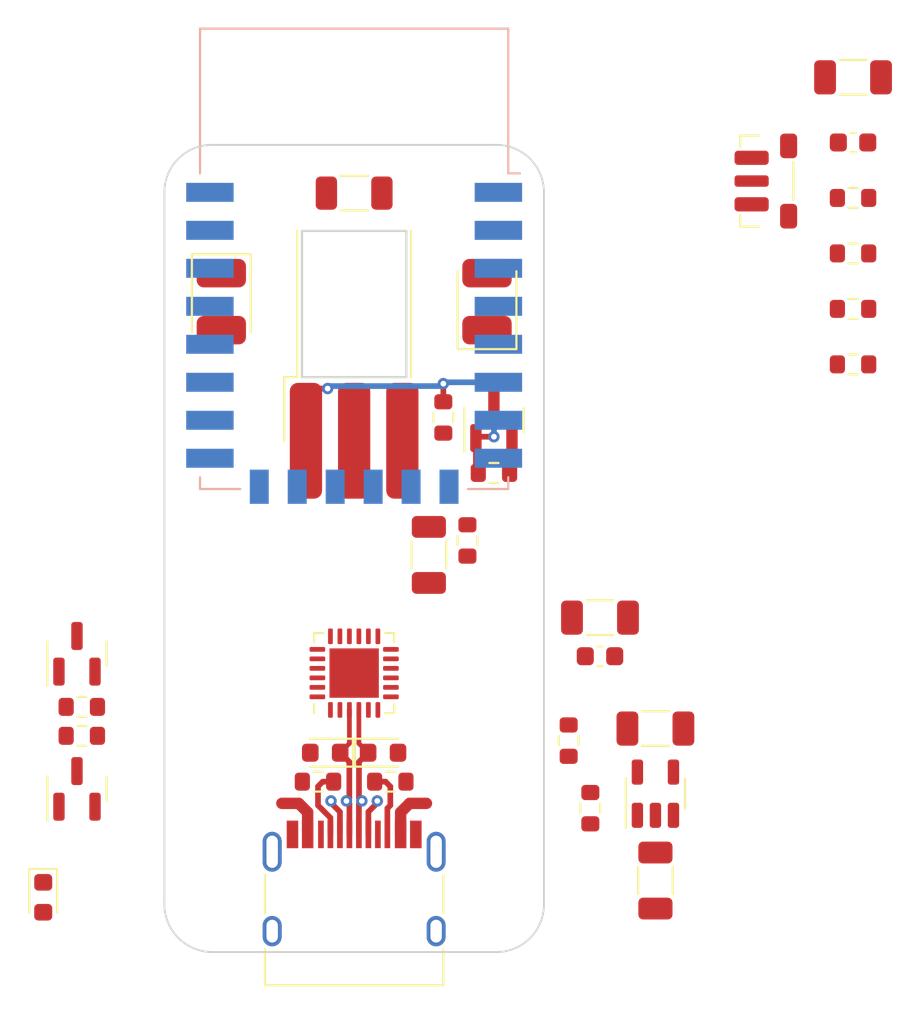
<source format=kicad_pcb>
(kicad_pcb (version 20211014) (generator pcbnew)
  (layers (0 "F.Cu" signal) (31 "B.Cu" signal) (34 "B.Paste" user) (35 "F.Paste" user) (36 "B.SilkS" user "B.Silkscreen") (37 "F.SilkS" user "F.Silkscreen") (38 "B.Mask" user) (39 "F.Mask" user) (44 "Edge.Cuts" user))
  (net 0 "")
  (net 1 "+3V3")
  (net 2 "GND")
  (net 3 "VBUS")
  (net 4 "Net-(C7-Pad1)")
  (net 5 "/D-")
  (net 6 "/D+")
  (net 7 "Net-(D4-Pad1)")
  (net 8 "Net-(D5-Pad1)")
  (net 9 "Net-(D5-Pad2)")
  (net 10 "Net-(J1-PadA5)")
  (net 12 "Net-(J1-PadB5)")
  (net 14 "Net-(Q1-Pad1)")
  (net 15 "/DTR")
  (net 16 "/GPIO0")
  (net 17 "Net-(Q2-Pad1)")
  (net 18 "/RTS")
  (net 19 "/RESET")
  (net 20 "/IR_OUT")
  (net 21 "Net-(R2-Pad2)")
  (net 22 "Net-(R4-Pad1)")
  (net 23 "Net-(R7-Pad2)")
  (net 24 "Net-(R10-Pad2)")
  (net 25 "/IR_IN")
  (net 38 "/RXD")
  (net 39 "/TXD")
  (footprint "hair-01:LED_Everlight_HIR67-21C" (layer "F.Cu") (at 155.59 84.455 90)
    (fp_text reference "D5" hide)
    (fp_text value "HIR67-21C")
    (fp_line (start -2.5 1.55) (end 1.6 1.55) (layer "F.SilkS") (width 0.12))
    (fp_line (start -2.5 -1.55) (end 1.6 -1.55) (layer "F.SilkS") (width 0.12))
    (fp_line (start -2.5 -1.55) (end -2.5 1.55) (layer "F.SilkS") (width 0.12))
    (pad "1" smd roundrect locked (at -1.5 0 90) (size 1.5 2.6) (layers "F.Cu" "F.Paste" "F.Mask") (net 8 "Net-(D5-Pad1)"))
    (pad "2" smd roundrect locked (at 1.5 0 90) (size 1.5 2.6) (layers "F.Cu" "F.Paste" "F.Mask") (net 9 "Net-(D5-Pad2)"))
  )
  (footprint "Resistor_SMD:R_0603_1608Metric" (layer "F.Cu") (at 174.879 84.836)
    (fp_text reference "R3" hide)
    (fp_text value "10k")
    (fp_line (start -0.237258 -0.5225) (end 0.237258 -0.5225) (layer "F.SilkS") (width 0.12))
    (fp_line (start -0.237258 0.5225) (end 0.237258 0.5225) (layer "F.SilkS") (width 0.12))
    (pad "1" smd roundrect (at -0.825 0) (size 0.8 0.95) (layers "F.Cu" "F.Paste" "F.Mask") (net 1 "+3V3"))
    (pad "2" smd roundrect (at 0.825 0) (size 0.8 0.95) (layers "F.Cu" "F.Paste" "F.Mask") (net 16 "/GPIO0"))
  )
  (footprint "Resistor_SMD:R_0603_1608Metric" (layer "F.Cu") (at 150.495 109.728)
    (fp_text reference "R5" hide)
    (fp_text value "5.1k")
    (fp_line (start -0.237258 -0.5225) (end 0.237258 -0.5225) (layer "F.SilkS") (width 0.12))
    (fp_line (start -0.237258 0.5225) (end 0.237258 0.5225) (layer "F.SilkS") (width 0.12))
    (pad "1" smd roundrect locked (at -0.825 0) (size 0.8 0.95) (layers "F.Cu" "F.Paste" "F.Mask") (net 12 "Net-(J1-PadB5)"))
    (pad "2" smd roundrect locked (at 0.825 0) (size 0.8 0.95) (layers "F.Cu" "F.Paste" "F.Mask") (net 2 "GND"))
  )
  (footprint "Resistor_SMD:R_0603_1608Metric" (layer "F.Cu") (at 154.559 97.028 -90)
    (fp_text reference "R11" hide)
    (fp_text value "100R")
    (fp_line (start -0.237258 0.5225) (end 0.237258 0.5225) (layer "F.SilkS") (width 0.12))
    (fp_line (start -0.237258 -0.5225) (end 0.237258 -0.5225) (layer "F.SilkS") (width 0.12))
    (pad "1" smd roundrect (at -0.825 0 270) (size 0.8 0.95) (layers "F.Cu" "F.Paste" "F.Mask") (net 4 "Net-(C7-Pad1)"))
    (pad "2" smd roundrect (at 0.825 0 270) (size 0.8 0.95) (layers "F.Cu" "F.Paste" "F.Mask") (net 1 "+3V3"))
  )
  (footprint "Diode_SMD:D_0603_1608Metric" (layer "F.Cu") (at 132.207 115.817 -90)
    (fp_text reference "D3" hide)
    (fp_text value "0603ESDA-05N")
    (fp_line (start 0.8 -0.735) (end -1.485 -0.735) (layer "F.SilkS") (width 0.12))
    (fp_line (start -1.485 -0.735) (end -1.485 0.735) (layer "F.SilkS") (width 0.12))
    (fp_line (start -1.485 0.735) (end 0.8 0.735) (layer "F.SilkS") (width 0.12))
    (pad "1" smd roundrect locked (at -0.7875 0 270) (size 0.875 0.95) (layers "F.Cu" "F.Paste" "F.Mask") (net 3 "VBUS"))
    (pad "2" smd roundrect locked (at 0.7875 0 270) (size 0.875 0.95) (layers "F.Cu" "F.Paste" "F.Mask") (net 2 "GND"))
  )
  (footprint "hair-01:Vishay_MINICAST-3Pin-SMD" (layer "F.Cu") (at 148.59 84.455)
    (fp_text reference "U4" hide)
    (fp_text value "TSMP58000")
    (fp_line (start 3 -3.725) (end 3 3.975) (layer "F.SilkS") (width 0.12))
    (fp_line (start -3.69 3.975) (end -3.69 7.325) (layer "F.SilkS") (width 0.12))
    (fp_line (start -3 -3.725) (end -3 3.975) (layer "F.SilkS") (width 0.12))
    (fp_line (start -3 3.975) (end -3.69 3.975) (layer "F.SilkS") (width 0.12))
    (fp_line (start -2.75 3.975) (end -2.75 -3.725) (layer "Edge.Cuts") (width 0.12))
    (fp_line (start -2.75 3.975) (end 2.75 3.975) (layer "Edge.Cuts") (width 0.12))
    (fp_line (start 2.75 -3.725) (end 2.75 3.975) (layer "Edge.Cuts") (width 0.12))
    (fp_line (start -2.75 -3.725) (end 2.75 -3.725) (layer "Edge.Cuts") (width 0.12))
    (pad "1" smd roundrect locked (at -2.54 7.325) (size 1.7 6.1) (layers "F.Cu" "F.Paste" "F.Mask") (net 25 "/IR_IN"))
    (pad "2" smd roundrect locked (at 0 7.325) (size 1.7 6.1) (layers "F.Cu" "F.Paste" "F.Mask") (net 2 "GND"))
    (pad "3" smd roundrect locked (at 2.54 7.325) (size 1.7 6.1) (layers "F.Cu" "F.Paste" "F.Mask") (net 4 "Net-(C7-Pad1)"))
  )
  (footprint "Package_TO_SOT_SMD:SOT-23" (layer "F.Cu") (at 155.956 90.7 90)
    (fp_text reference "Q3" hide)
    (fp_text value "2N7002")
    (fp_line (start 0 1.56) (end 0.65 1.56) (layer "F.SilkS") (width 0.12))
    (fp_line (start 0 1.56) (end -0.65 1.56) (layer "F.SilkS") (width 0.12))
    (fp_line (start 0 -1.56) (end 0.65 -1.56) (layer "F.SilkS") (width 0.12))
    (fp_line (start 0 -1.56) (end -1.675 -1.56) (layer "F.SilkS") (width 0.12))
    (pad "1" smd roundrect locked (at -0.9375 -0.95 90) (size 1.475 0.6) (layers "F.Cu" "F.Paste" "F.Mask") (net 20 "/IR_OUT"))
    (pad "2" smd roundrect locked (at -0.9375 0.95 90) (size 1.475 0.6) (layers "F.Cu" "F.Paste" "F.Mask") (net 2 "GND"))
    (pad "3" smd roundrect locked (at 0.9375 0 90) (size 1.475 0.6) (layers "F.Cu" "F.Paste" "F.Mask") (net 8 "Net-(D5-Pad1)"))
  )
  (footprint "Resistor_SMD:R_0603_1608Metric" (layer "F.Cu") (at 134.239 105.791 180)
    (fp_text reference "R8" hide)
    (fp_text value "10k")
    (fp_line (start -0.237258 0.5225) (end 0.237258 0.5225) (layer "F.SilkS") (width 0.12))
    (fp_line (start -0.237258 -0.5225) (end 0.237258 -0.5225) (layer "F.SilkS") (width 0.12))
    (pad "1" smd roundrect (at -0.825 0 180) (size 0.8 0.95) (layers "F.Cu" "F.Paste" "F.Mask") (net 18 "/RTS"))
    (pad "2" smd roundrect (at 0.825 0 180) (size 0.8 0.95) (layers "F.Cu" "F.Paste" "F.Mask") (net 14 "Net-(Q1-Pad1)"))
  )
  (footprint "Connector_USB:USB_C_Receptacle_HRO_TYPE-C-31-M-12" (layer "F.Cu") (at 148.59 116.55)
    (fp_text reference "J1" hide)
    (fp_text value "TYPE-C-31-M-12")
    (fp_line (start -4.7 -1.9) (end -4.7 0.1) (layer "F.SilkS") (width 0.12))
    (fp_line (start -4.7 3.9) (end 4.7 3.9) (layer "F.SilkS") (width 0.12))
    (fp_line (start 4.7 2) (end 4.7 3.9) (layer "F.SilkS") (width 0.12))
    (fp_line (start 4.7 -1.9) (end 4.7 0.1) (layer "F.SilkS") (width 0.12))
    (fp_line (start -4.7 2) (end -4.7 3.9) (layer "F.SilkS") (width 0.12))
    (pad "" np_thru_hole circle locked (at 2.89 -2.6) (size 0.65 0.65) (drill 0.65) (layers *.Cu *.Mask))
    (pad "" np_thru_hole circle locked (at -2.89 -2.6) (size 0.65 0.65) (drill 0.65) (layers *.Cu *.Mask))
    (pad "A1" smd rect locked (at -3.25 -4.045) (size 0.6 1.45) (layers "F.Cu" "F.Paste" "F.Mask") (net 2 "GND"))
    (pad "A4" smd rect locked (at -2.45 -4.045) (size 0.6 1.45) (layers "F.Cu" "F.Paste" "F.Mask") (net 3 "VBUS"))
    (pad "A5" smd rect locked (at -1.25 -4.045) (size 0.3 1.45) (layers "F.Cu" "F.Paste" "F.Mask") (net 10 "Net-(J1-PadA5)"))
    (pad "A6" smd rect locked (at -0.25 -4.045) (size 0.3 1.45) (layers "F.Cu" "F.Paste" "F.Mask") (net 6 "/D+"))
    (pad "A7" smd rect locked (at 0.25 -4.045) (size 0.3 1.45) (layers "F.Cu" "F.Paste" "F.Mask") (net 5 "/D-"))
    (pad "A8" smd rect locked (at 1.25 -4.045) (size 0.3 1.45) (layers "F.Cu" "F.Paste" "F.Mask"))
    (pad "A9" smd rect locked (at 2.45 -4.045) (size 0.6 1.45) (layers "F.Cu" "F.Paste" "F.Mask") (net 3 "VBUS"))
    (pad "A12" smd rect locked (at 3.25 -4.045) (size 0.6 1.45) (layers "F.Cu" "F.Paste" "F.Mask") (net 2 "GND"))
    (pad "B1" smd rect locked (at 3.25 -4.045) (size 0.6 1.45) (layers "F.Cu" "F.Paste" "F.Mask") (net 2 "GND"))
    (pad "B4" smd rect locked (at 2.45 -4.045) (size 0.6 1.45) (layers "F.Cu" "F.Paste" "F.Mask") (net 3 "VBUS"))
    (pad "B5" smd rect locked (at 1.75 -4.045) (size 0.3 1.45) (layers "F.Cu" "F.Paste" "F.Mask") (net 12 "Net-(J1-PadB5)"))
    (pad "B6" smd rect locked (at 0.75 -4.045) (size 0.3 1.45) (layers "F.Cu" "F.Paste" "F.Mask") (net 6 "/D+"))
    (pad "B7" smd rect locked (at -0.75 -4.045) (size 0.3 1.45) (layers "F.Cu" "F.Paste" "F.Mask") (net 5 "/D-"))
    (pad "B8" smd rect locked (at -1.75 -4.045) (size 0.3 1.45) (layers "F.Cu" "F.Paste" "F.Mask"))
    (pad "B9" smd rect locked (at -2.45 -4.045) (size 0.6 1.45) (layers "F.Cu" "F.Paste" "F.Mask") (net 3 "VBUS"))
    (pad "B12" smd rect locked (at -3.25 -4.045) (size 0.6 1.45) (layers "F.Cu" "F.Paste" "F.Mask") (net 2 "GND"))
    (pad "S1" thru_hole oval locked (at 4.32 1.05) (size 1 1.6) (drill oval 0.6 1.2) (layers *.Cu *.Mask) (net 2 "GND"))
    (pad "S1" thru_hole oval locked (at -4.32 1.05) (size 1 1.6) (drill oval 0.6 1.2) (layers *.Cu *.Mask) (net 2 "GND"))
    (pad "S1" thru_hole oval locked (at -4.32 -3.13) (size 1 2.1) (drill oval 0.6 1.7) (layers *.Cu *.Mask) (net 2 "GND"))
    (pad "S1" thru_hole oval locked (at 4.32 -3.13) (size 1 2.1) (drill oval 0.6 1.7) (layers *.Cu *.Mask) (net 2 "GND"))
  )
  (footprint "Capacitor_SMD:C_1206_3216Metric" (layer "F.Cu") (at 164.465 114.935 -90)
    (fp_text reference "C3" hide)
    (fp_text value "10uF")
    (fp_line (start -0.711252 -0.91) (end 0.711252 -0.91) (layer "F.SilkS") (width 0.12))
    (fp_line (start -0.711252 0.91) (end 0.711252 0.91) (layer "F.SilkS") (width 0.12))
    (pad "1" smd roundrect (at -1.475 0 270) (size 1.15 1.8) (layers "F.Cu" "F.Paste" "F.Mask") (roundrect_rratio 0.217391) (net 3 "VBUS"))
    (pad "2" smd roundrect (at 1.475 0 270) (size 1.15 1.8) (layers "F.Cu" "F.Paste" "F.Mask") (roundrect_rratio 0.217391) (net 2 "GND"))
  )
  (footprint "Package_TO_SOT_SMD:SOT-23" (layer "F.Cu") (at 133.985 110.109 90)
    (fp_text reference "Q1" hide)
    (fp_text value "BC847")
    (fp_line (start 0 1.56) (end 0.65 1.56) (layer "F.SilkS") (width 0.12))
    (fp_line (start 0 1.56) (end -0.65 1.56) (layer "F.SilkS") (width 0.12))
    (fp_line (start 0 -1.56) (end -1.675 -1.56) (layer "F.SilkS") (width 0.12))
    (fp_line (start 0 -1.56) (end 0.65 -1.56) (layer "F.SilkS") (width 0.12))
    (pad "1" smd roundrect (at -0.9375 -0.95 90) (size 1.475 0.6) (layers "F.Cu" "F.Paste" "F.Mask") (net 14 "Net-(Q1-Pad1)"))
    (pad "2" smd roundrect (at -0.9375 0.95 90) (size 1.475 0.6) (layers "F.Cu" "F.Paste" "F.Mask") (net 15 "/DTR"))
    (pad "3" smd roundrect (at 0.9375 0 90) (size 1.475 0.6) (layers "F.Cu" "F.Paste" "F.Mask") (net 16 "/GPIO0"))
  )
  (footprint "Capacitor_SMD:C_1206_3216Metric" (layer "F.Cu") (at 161.544 101.092)
    (fp_text reference "C6" hide)
    (fp_text value "10uF")
    (fp_line (start -0.711252 0.91) (end 0.711252 0.91) (layer "F.SilkS") (width 0.12))
    (fp_line (start -0.711252 -0.91) (end 0.711252 -0.91) (layer "F.SilkS") (width 0.12))
    (pad "1" smd roundrect (at -1.475 0) (size 1.15 1.8) (layers "F.Cu" "F.Paste" "F.Mask") (roundrect_rratio 0.217391) (net 1 "+3V3"))
    (pad "2" smd roundrect (at 1.475 0) (size 1.15 1.8) (layers "F.Cu" "F.Paste" "F.Mask") (roundrect_rratio 0.217391) (net 2 "GND"))
  )
  (footprint "Resistor_SMD:R_0603_1608Metric" (layer "F.Cu") (at 146.685 109.728 180)
    (fp_text reference "R6" hide)
    (fp_text value "5.1k")
    (fp_line (start -0.237258 -0.5225) (end 0.237258 -0.5225) (layer "F.SilkS") (width 0.12))
    (fp_line (start -0.237258 0.5225) (end 0.237258 0.5225) (layer "F.SilkS") (width 0.12))
    (pad "1" smd roundrect locked (at -0.825 0 180) (size 0.8 0.95) (layers "F.Cu" "F.Paste" "F.Mask") (net 10 "Net-(J1-PadA5)"))
    (pad "2" smd roundrect locked (at 0.825 0 180) (size 0.8 0.95) (layers "F.Cu" "F.Paste" "F.Mask") (net 2 "GND"))
  )
  (footprint "Package_TO_SOT_SMD:SOT-23-5" (layer "F.Cu") (at 164.465 110.363 90)
    (fp_text reference "U2" hide)
    (fp_text value "AP2112K-3.3")
    (fp_line (start 0 1.56) (end -0.8 1.56) (layer "F.SilkS") (width 0.12))
    (fp_line (start 0 -1.56) (end -1.8 -1.56) (layer "F.SilkS") (width 0.12))
    (fp_line (start 0 1.56) (end 0.8 1.56) (layer "F.SilkS") (width 0.12))
    (fp_line (start 0 -1.56) (end 0.8 -1.56) (layer "F.SilkS") (width 0.12))
    (pad "1" smd roundrect (at -1.1375 -0.95 90) (size 1.325 0.6) (layers "F.Cu" "F.Paste" "F.Mask") (net 3 "VBUS"))
    (pad "2" smd roundrect (at -1.1375 0 90) (size 1.325 0.6) (layers "F.Cu" "F.Paste" "F.Mask") (net 2 "GND"))
    (pad "3" smd roundrect (at -1.1375 0.95 90) (size 1.325 0.6) (layers "F.Cu" "F.Paste" "F.Mask") (net 23 "Net-(R7-Pad2)"))
    (pad "4" smd roundrect (at 1.1375 0.95 90) (size 1.325 0.6) (layers "F.Cu" "F.Paste" "F.Mask"))
    (pad "5" smd roundrect (at 1.1375 -0.95 90) (size 1.325 0.6) (layers "F.Cu" "F.Paste" "F.Mask") (net 1 "+3V3"))
  )
  (footprint "Resistor_SMD:R_0603_1608Metric" (layer "F.Cu") (at 174.879 78.994)
    (fp_text reference "R1" hide)
    (fp_text value "10k")
    (fp_line (start -0.237258 -0.5225) (end 0.237258 -0.5225) (layer "F.SilkS") (width 0.12))
    (fp_line (start -0.237258 0.5225) (end 0.237258 0.5225) (layer "F.SilkS") (width 0.12))
    (pad "1" smd roundrect (at -0.825 0) (size 0.8 0.95) (layers "F.Cu" "F.Paste" "F.Mask") (net 1 "+3V3"))
    (pad "2" smd roundrect (at 0.825 0) (size 0.8 0.95) (layers "F.Cu" "F.Paste" "F.Mask") (net 19 "/RESET"))
  )
  (footprint "Capacitor_SMD:C_0603_1608Metric" (layer "F.Cu") (at 161.544 103.124)
    (fp_text reference "C5" hide)
    (fp_text value "100nF")
    (fp_line (start -0.14058 -0.51) (end 0.14058 -0.51) (layer "F.SilkS") (width 0.12))
    (fp_line (start -0.14058 0.51) (end 0.14058 0.51) (layer "F.SilkS") (width 0.12))
    (pad "1" smd roundrect (at -0.775 0) (size 0.9 0.95) (layers "F.Cu" "F.Paste" "F.Mask") (net 1 "+3V3"))
    (pad "2" smd roundrect (at 0.775 0) (size 0.9 0.95) (layers "F.Cu" "F.Paste" "F.Mask") (net 2 "GND"))
  )
  (footprint "Package_TO_SOT_SMD:SOT-23" (layer "F.Cu") (at 133.985 102.997 90)
    (fp_text reference "Q2" hide)
    (fp_text value "BC847")
    (fp_line (start 0 -1.56) (end -1.675 -1.56) (layer "F.SilkS") (width 0.12))
    (fp_line (start 0 -1.56) (end 0.65 -1.56) (layer "F.SilkS") (width 0.12))
    (fp_line (start 0 1.56) (end 0.65 1.56) (layer "F.SilkS") (width 0.12))
    (fp_line (start 0 1.56) (end -0.65 1.56) (layer "F.SilkS") (width 0.12))
    (pad "1" smd roundrect (at -0.9375 -0.95 90) (size 1.475 0.6) (layers "F.Cu" "F.Paste" "F.Mask") (net 17 "Net-(Q2-Pad1)"))
    (pad "2" smd roundrect (at -0.9375 0.95 90) (size 1.475 0.6) (layers "F.Cu" "F.Paste" "F.Mask") (net 18 "/RTS"))
    (pad "3" smd roundrect (at 0.9375 0 90) (size 1.475 0.6) (layers "F.Cu" "F.Paste" "F.Mask") (net 19 "/RESET"))
  )
  (footprint "Diode_SMD:D_0603_1608Metric" (layer "F.Cu") (at 150.114 108.204)
    (fp_text reference "D1" hide)
    (fp_text value "0603ESDA-05N")
    (fp_line (start 0.8 -0.735) (end -1.485 -0.735) (layer "F.SilkS") (width 0.12))
    (fp_line (start -1.485 0.735) (end 0.8 0.735) (layer "F.SilkS") (width 0.12))
    (fp_line (start -1.485 -0.735) (end -1.485 0.735) (layer "F.SilkS") (width 0.12))
    (pad "1" smd roundrect locked (at -0.7875 0) (size 0.875 0.95) (layers "F.Cu" "F.Paste" "F.Mask") (net 5 "/D-"))
    (pad "2" smd roundrect locked (at 0.7875 0) (size 0.875 0.95) (layers "F.Cu" "F.Paste" "F.Mask") (net 2 "GND"))
  )
  (footprint "Diode_SMD:D_0603_1608Metric" (layer "F.Cu") (at 147.066 108.204 180)
    (fp_text reference "D2" hide)
    (fp_text value "0603ESDA-05N")
    (fp_line (start 0.8 -0.735) (end -1.485 -0.735) (layer "F.SilkS") (width 0.12))
    (fp_line (start -1.485 -0.735) (end -1.485 0.735) (layer "F.SilkS") (width 0.12))
    (fp_line (start -1.485 0.735) (end 0.8 0.735) (layer "F.SilkS") (width 0.12))
    (pad "1" smd roundrect locked (at -0.7875 0 180) (size 0.875 0.95) (layers "F.Cu" "F.Paste" "F.Mask") (net 6 "/D+"))
    (pad "2" smd roundrect locked (at 0.7875 0 180) (size 0.875 0.95) (layers "F.Cu" "F.Paste" "F.Mask") (net 2 "GND"))
  )
  (footprint "Resistor_SMD:R_0603_1608Metric" (layer "F.Cu") (at 174.879 87.757)
    (fp_text reference "R4" hide)
    (fp_text value "10k")
    (fp_line (start -0.237258 0.5225) (end 0.237258 0.5225) (layer "F.SilkS") (width 0.12))
    (fp_line (start -0.237258 -0.5225) (end 0.237258 -0.5225) (layer "F.SilkS") (width 0.12))
    (pad "1" smd roundrect (at -0.825 0) (size 0.8 0.95) (layers "F.Cu" "F.Paste" "F.Mask") (net 22 "Net-(R4-Pad1)"))
    (pad "2" smd roundrect (at 0.825 0) (size 0.8 0.95) (layers "F.Cu" "F.Paste" "F.Mask") (net 2 "GND"))
  )
  (footprint "Capacitor_SMD:C_0603_1608Metric" (layer "F.Cu") (at 174.879 76.073)
    (fp_text reference "C2" hide)
    (fp_text value "100nF")
    (fp_line (start -0.14058 -0.51) (end 0.14058 -0.51) (layer "F.SilkS") (width 0.12))
    (fp_line (start -0.14058 0.51) (end 0.14058 0.51) (layer "F.SilkS") (width 0.12))
    (pad "1" smd roundrect (at -0.775 0) (size 0.9 0.95) (layers "F.Cu" "F.Paste" "F.Mask") (net 1 "+3V3"))
    (pad "2" smd roundrect (at 0.775 0) (size 0.9 0.95) (layers "F.Cu" "F.Paste" "F.Mask") (net 2 "GND"))
  )
  (footprint "Button_Switch_SMD:SW_Push_1P1T-MP_NO_Horizontal_Alps_SKRTLAE010" (layer "F.Cu") (at 170.434 78.105 90)
    (fp_text reference "RST_SW1" hide)
    (fp_text value "SW_Push")
    (fp_line (start 2.4 -1.5) (end 2.4 -0.5) (layer "F.SilkS") (width 0.12))
    (fp_line (start -1.8 -1.5) (end -2.4 -1.5) (layer "F.SilkS") (width 0.12))
    (fp_line (start -1 1.3) (end 1 1.3) (layer "F.SilkS") (width 0.12))
    (fp_line (start 1.8 -1.5) (end 2.4 -1.5) (layer "F.SilkS") (width 0.12))
    (fp_line (start -2.4 -1.5) (end -2.4 -0.5) (layer "F.SilkS") (width 0.12))
    (pad "" np_thru_hole circle (at 2.125 0 90) (size 0.9 0.9) (drill 0.9) (layers *.Cu *.Mask))
    (pad "" np_thru_hole circle (at -2.125 0 90) (size 0.9 0.9) (drill 0.9) (layers *.Cu *.Mask))
    (pad "1" smd roundrect (at 1.225 -0.9 90) (size 0.75 1.8) (layers "F.Cu" "F.Paste" "F.Mask") (net 2 "GND"))
    (pad "1" smd roundrect (at -1.225 -0.9 90) (size 0.75 1.8) (layers "F.Cu" "F.Paste" "F.Mask") (net 2 "GND"))
    (pad "2" smd roundrect (at 0 -0.9 90) (size 0.6 1.8) (layers "F.Cu" "F.Paste" "F.Mask") (net 19 "/RESET"))
    (pad "MP" smd roundrect (at 1.85 1.05 90) (size 1.3 0.9) (layers "F.Cu" "F.Paste" "F.Mask"))
    (pad "MP" smd roundrect (at -1.85 1.05 90) (size 1.3 0.9) (layers "F.Cu" "F.Paste" "F.Mask"))
  )
  (footprint "Resistor_SMD:R_1206_3216Metric" (layer "F.Cu") (at 148.59 78.74)
    (fp_text reference "R14" hide)
    (fp_text value "33R")
    (fp_line (start -0.727064 -0.91) (end 0.727064 -0.91) (layer "F.SilkS") (width 0.12))
    (fp_line (start -0.727064 0.91) (end 0.727064 0.91) (layer "F.SilkS") (width 0.12))
    (pad "1" smd roundrect locked (at -1.4625 0) (size 1.125 1.75) (layers "F.Cu" "F.Paste" "F.Mask") (roundrect_rratio 0.222222) (net 7 "Net-(D4-Pad1)"))
    (pad "2" smd roundrect locked (at 1.4625 0) (size 1.125 1.75) (layers "F.Cu" "F.Paste" "F.Mask") (roundrect_rratio 0.222222) (net 9 "Net-(D5-Pad2)"))
  )
  (footprint "Resistor_SMD:R_0603_1608Metric" (layer "F.Cu") (at 174.879 81.915)
    (fp_text reference "R2" hide)
    (fp_text value "10k")
    (fp_line (start -0.237258 -0.5225) (end 0.237258 -0.5225) (layer "F.SilkS") (width 0.12))
    (fp_line (start -0.237258 0.5225) (end 0.237258 0.5225) (layer "F.SilkS") (width 0.12))
    (pad "1" smd roundrect (at -0.825 0) (size 0.8 0.95) (layers "F.Cu" "F.Paste" "F.Mask") (net 1 "+3V3"))
    (pad "2" smd roundrect (at 0.825 0) (size 0.8 0.95) (layers "F.Cu" "F.Paste" "F.Mask") (net 21 "Net-(R2-Pad2)"))
  )
  (footprint "hair-01:MountingHole_2.7mm_M2.5_DIN912_Keepout" (layer "F.Cu") (at 148.59 98.2)
    (fp_text reference "REF**" hide)
    (fp_text value "MountingHole_2.7mm_M2.5_DIN912_Keepout")
    (pad "" np_thru_hole circle locked (at 0 0) (size 2.7 2.7) (drill 2.7) (layers F&B.Cu *.Mask) (clearance 1.25))
  )
  (footprint "Capacitor_SMD:C_1206_3216Metric" (layer "F.Cu") (at 174.879 72.644)
    (fp_text reference "C1" hide)
    (fp_text value "10uF")
    (fp_line (start -0.711252 0.91) (end 0.711252 0.91) (layer "F.SilkS") (width 0.12))
    (fp_line (start -0.711252 -0.91) (end 0.711252 -0.91) (layer "F.SilkS") (width 0.12))
    (pad "1" smd roundrect (at -1.475 0) (size 1.15 1.8) (layers "F.Cu" "F.Paste" "F.Mask") (roundrect_rratio 0.217391) (net 1 "+3V3"))
    (pad "2" smd roundrect (at 1.475 0) (size 1.15 1.8) (layers "F.Cu" "F.Paste" "F.Mask") (roundrect_rratio 0.217391) (net 2 "GND"))
  )
  (footprint "Package_DFN_QFN:QFN-24-1EP_4x4mm_P0.5mm_EP2.6x2.6mm" (layer "F.Cu") (at 148.59 104.013 90)
    (fp_text reference "U3" hide)
    (fp_text value "CP2102N-Axx-xQFN24")
    (fp_line (start 2.11 -2.11) (end 2.11 -1.635) (layer "F.SilkS") (width 0.12))
    (fp_line (start 1.635 -2.11) (end 2.11 -2.11) (layer "F.SilkS") (width 0.12))
    (fp_line (start 2.11 2.11) (end 2.11 1.635) (layer "F.SilkS") (width 0.12))
    (fp_line (start -1.635 2.11) (end -2.11 2.11) (layer "F.SilkS") (width 0.12))
    (fp_line (start -1.635 -2.11) (end -2.11 -2.11) (layer "F.SilkS") (width 0.12))
    (fp_line (start -2.11 2.11) (end -2.11 1.635) (layer "F.SilkS") (width 0.12))
    (fp_line (start 1.635 2.11) (end 2.11 2.11) (layer "F.SilkS") (width 0.12))
    (pad "1" smd roundrect locked (at -1.9375 -1.25 90) (size 0.825 0.25) (layers "F.Cu" "F.Paste" "F.Mask"))
    (pad "2" smd roundrect locked (at -1.9375 -0.75 90) (size 0.825 0.25) (layers "F.Cu" "F.Paste" "F.Mask") (net 2 "GND"))
    (pad "3" smd roundrect locked (at -1.9375 -0.25 90) (size 0.825 0.25) (layers "F.Cu" "F.Paste" "F.Mask") (net 6 "/D+"))
    (pad "4" smd roundrect locked (at -1.9375 0.25 90) (size 0.825 0.25) (layers "F.Cu" "F.Paste" "F.Mask") (net 5 "/D-"))
    (pad "5" smd roundrect locked (at -1.9375 0.75 90) (size 0.825 0.25) (layers "F.Cu" "F.Paste" "F.Mask") (net 1 "+3V3"))
    (pad "6" smd roundrect locked (at -1.9375 1.25 90) (size 0.825 0.25) (layers "F.Cu" "F.Paste" "F.Mask") (net 1 "+3V3"))
    (pad "7" smd roundrect locked (at -1.25 1.9375 90) (size 0.25 0.825) (layers "F.Cu" "F.Paste" "F.Mask") (net 1 "+3V3"))
    (pad "8" smd roundrect locked (at -0.75 1.9375 90) (size 0.25 0.825) (layers "F.Cu" "F.Paste" "F.Mask") (net 1 "+3V3"))
    (pad "9" smd roundrect locked (at -0.25 1.9375 90) (size 0.25 0.825) (layers "F.Cu" "F.Paste" "F.Mask") (net 24 "Net-(R10-Pad2)"))
    (pad "10" smd roundrect locked (at 0.25 1.9375 90) (size 0.25 0.825) (layers "F.Cu" "F.Paste" "F.Mask"))
    (pad "11" smd roundrect locked (at 0.75 1.9375 90) (size 0.25 0.825) (layers "F.Cu" "F.Paste" "F.Mask"))
    (pad "12" smd roundrect locked (at 1.25 1.9375 90) (size 0.25 0.825) (layers "F.Cu" "F.Paste" "F.Mask"))
    (pad "13" smd roundrect locked (at 1.9375 1.25 90) (size 0.825 0.25) (layers "F.Cu" "F.Paste" "F.Mask"))
    (pad "14" smd roundrect locked (at 1.9375 0.75 90) (size 0.825 0.25) (layers "F.Cu" "F.Paste" "F.Mask"))
    (pad "15" smd roundrect locked (at 1.9375 0.25 90) (size 0.825 0.25) (layers "F.Cu" "F.Paste" "F.Mask"))
    (pad "16" smd roundrect locked (at 1.9375 -0.25 90) (size 0.825 0.25) (layers "F.Cu" "F.Paste" "F.Mask"))
    (pad "17" smd roundrect locked (at 1.9375 -0.75 90) (size 0.825 0.25) (layers "F.Cu" "F.Paste" "F.Mask"))
    (pad "18" smd roundrect locked (at 1.9375 -1.25 90) (size 0.825 0.25) (layers "F.Cu" "F.Paste" "F.Mask"))
    (pad "19" smd roundrect locked (at 1.25 -1.9375 90) (size 0.25 0.825) (layers "F.Cu" "F.Paste" "F.Mask") (net 18 "/RTS"))
    (pad "20" smd roundrect locked (at 0.75 -1.9375 90) (size 0.25 0.825) (layers "F.Cu" "F.Paste" "F.Mask") (net 39 "/TXD"))
    (pad "21" smd roundrect locked (at 0.25 -1.9375 90) (size 0.25 0.825) (layers "F.Cu" "F.Paste" "F.Mask") (net 38 "/RXD"))
    (pad "22" smd roundrect locked (at -0.25 -1.9375 90) (size 0.25 0.825) (layers "F.Cu" "F.Paste" "F.Mask"))
    (pad "23" smd roundrect locked (at -0.75 -1.9375 90) (size 0.25 0.825) (layers "F.Cu" "F.Paste" "F.Mask") (net 15 "/DTR"))
    (pad "24" smd roundrect locked (at -1.25 -1.9375 90) (size 0.25 0.825) (layers "F.Cu" "F.Paste" "F.Mask"))
    (pad "25" smd rect locked (at 0 0 90) (size 2.6 2.6) (layers "F.Cu" "F.Mask") (net 2 "GND"))
  )
  (footprint "Resistor_SMD:R_0603_1608Metric" (layer "F.Cu") (at 161.036 111.125 90)
    (fp_text reference "R7" hide)
    (fp_text value "10k")
    (fp_line (start -0.237258 -0.5225) (end 0.237258 -0.5225) (layer "F.SilkS") (width 0.12))
    (fp_line (start -0.237258 0.5225) (end 0.237258 0.5225) (layer "F.SilkS") (width 0.12))
    (pad "1" smd roundrect (at -0.825 0 90) (size 0.8 0.95) (layers "F.Cu" "F.Paste" "F.Mask") (net 3 "VBUS"))
    (pad "2" smd roundrect (at 0.825 0 90) (size 0.8 0.95) (layers "F.Cu" "F.Paste" "F.Mask") (net 23 "Net-(R7-Pad2)"))
  )
  (footprint "Resistor_SMD:R_0603_1608Metric" (layer "F.Cu") (at 159.893 107.569 -90)
    (fp_text reference "R10" hide)
    (fp_text value "10k")
    (fp_line (start -0.237258 -0.5225) (end 0.237258 -0.5225) (layer "F.SilkS") (width 0.12))
    (fp_line (start -0.237258 0.5225) (end 0.237258 0.5225) (layer "F.SilkS") (width 0.12))
    (pad "1" smd roundrect (at -0.825 0 270) (size 0.8 0.95) (layers "F.Cu" "F.Paste" "F.Mask") (net 1 "+3V3"))
    (pad "2" smd roundrect (at 0.825 0 270) (size 0.8 0.95) (layers "F.Cu" "F.Paste" "F.Mask") (net 24 "Net-(R10-Pad2)"))
  )
  (footprint "Resistor_SMD:R_0603_1608Metric" (layer "F.Cu") (at 153.289 90.551 90)
    (fp_text reference "R12" hide)
    (fp_text value "5.1k")
    (fp_line (start -0.237258 0.5225) (end 0.237258 0.5225) (layer "F.SilkS") (width 0.12))
    (fp_line (start -0.237258 -0.5225) (end 0.237258 -0.5225) (layer "F.SilkS") (width 0.12))
    (pad "1" smd roundrect locked (at -0.825 0 90) (size 0.8 0.95) (layers "F.Cu" "F.Paste" "F.Mask") (net 1 "+3V3"))
    (pad "2" smd roundrect locked (at 0.825 0 90) (size 0.8 0.95) (layers "F.Cu" "F.Paste" "F.Mask") (net 25 "/IR_IN"))
  )
  (footprint "Capacitor_SMD:C_1206_3216Metric" (layer "F.Cu") (at 164.465 106.934)
    (fp_text reference "C4" hide)
    (fp_text value "10uF")
    (fp_line (start -0.711252 0.91) (end 0.711252 0.91) (layer "F.SilkS") (width 0.12))
    (fp_line (start -0.711252 -0.91) (end 0.711252 -0.91) (layer "F.SilkS") (width 0.12))
    (pad "1" smd roundrect (at -1.475 0) (size 1.15 1.8) (layers "F.Cu" "F.Paste" "F.Mask") (roundrect_rratio 0.217391) (net 1 "+3V3"))
    (pad "2" smd roundrect (at 1.475 0) (size 1.15 1.8) (layers "F.Cu" "F.Paste" "F.Mask") (roundrect_rratio 0.217391) (net 2 "GND"))
  )
  (footprint "Resistor_SMD:R_0603_1608Metric" (layer "F.Cu") (at 155.956 93.472)
    (fp_text reference "R13" hide)
    (fp_text value "10k")
    (fp_line (start -0.237258 0.5225) (end 0.237258 0.5225) (layer "F.SilkS") (width 0.12))
    (fp_line (start -0.237258 -0.5225) (end 0.237258 -0.5225) (layer "F.SilkS") (width 0.12))
    (pad "1" smd roundrect locked (at -0.825 0) (size 0.8 0.95) (layers "F.Cu" "F.Paste" "F.Mask") (net 20 "/IR_OUT"))
    (pad "2" smd roundrect locked (at 0.825 0) (size 0.8 0.95) (layers "F.Cu" "F.Paste" "F.Mask") (net 2 "GND"))
  )
  (footprint "hair-01:LED_Everlight_HIR67-21C" (layer "F.Cu") (at 141.59 84.455 -90)
    (fp_text reference "D4" hide)
    (fp_text value "HIR67-21C")
    (fp_line (start -2.5 1.55) (end 1.6 1.55) (layer "F.SilkS") (width 0.12))
    (fp_line (start -2.5 -1.55) (end 1.6 -1.55) (layer "F.SilkS") (width 0.12))
    (fp_line (start -2.5 -1.55) (end -2.5 1.55) (layer "F.SilkS") (width 0.12))
    (pad "1" smd roundrect locked (at -1.5 0 270) (size 1.5 2.6) (layers "F.Cu" "F.Paste" "F.Mask") (net 7 "Net-(D4-Pad1)"))
    (pad "2" smd roundrect locked (at 1.5 0 270) (size 1.5 2.6) (layers "F.Cu" "F.Paste" "F.Mask") (net 3 "VBUS"))
  )
  (footprint "Resistor_SMD:R_0603_1608Metric" (layer "F.Cu") (at 134.239 107.315 180)
    (fp_text reference "R9" hide)
    (fp_text value "10k")
    (fp_line (start -0.237258 -0.5225) (end 0.237258 -0.5225) (layer "F.SilkS") (width 0.12))
    (fp_line (start -0.237258 0.5225) (end 0.237258 0.5225) (layer "F.SilkS") (width 0.12))
    (pad "1" smd roundrect (at -0.825 0 180) (size 0.8 0.95) (layers "F.Cu" "F.Paste" "F.Mask") (net 15 "/DTR"))
    (pad "2" smd roundrect (at 0.825 0 180) (size 0.8 0.95) (layers "F.Cu" "F.Paste" "F.Mask") (net 17 "Net-(Q2-Pad1)"))
  )
  (footprint "Capacitor_SMD:C_1206_3216Metric" (layer "F.Cu") (at 152.527 97.79 -90)
    (fp_text reference "C7" hide)
    (fp_text value "10uF")
    (fp_line (start -0.711252 0.91) (end 0.711252 0.91) (layer "F.SilkS") (width 0.12))
    (fp_line (start -0.711252 -0.91) (end 0.711252 -0.91) (layer "F.SilkS") (width 0.12))
    (pad "1" smd roundrect (at -1.475 0 270) (size 1.15 1.8) (layers "F.Cu" "F.Paste" "F.Mask") (roundrect_rratio 0.217391) (net 4 "Net-(C7-Pad1)"))
    (pad "2" smd roundrect (at 1.475 0 270) (size 1.15 1.8) (layers "F.Cu" "F.Paste" "F.Mask") (roundrect_rratio 0.217391) (net 2 "GND"))
  )
  (footprint "RF_Module:ESP-12E" (layer "B.Cu") (at 148.59 82.2 180)
    (fp_text reference "U1" hide)
    (fp_text value "ESP-12F")
    (fp_line (start -8.12 -12.12) (end -8.12 -11.5) (layer "B.SilkS") (width 0.12))
    (fp_line (start -8.12 4.5) (end -8.73 4.5) (layer "B.SilkS") (width 0.12))
    (fp_line (start -6 -12.12) (end -8.12 -12.12) (layer "B.SilkS") (width 0.12))
    (fp_line (start -8.12 4.5) (end -8.12 12.12) (layer "B.SilkS") (width 0.12))
    (fp_line (start 8.12 -11.5) (end 8.12 -12.12) (layer "B.SilkS") (width 0.12))
    (fp_line (start 8.12 12.12) (end 8.12 4.5) (layer "B.SilkS") (width 0.12))
    (fp_line (start 8.12 -12.12) (end 6 -12.12) (layer "B.SilkS") (width 0.12))
    (fp_line (start -8.12 12.12) (end 8.12 12.12) (layer "B.SilkS") (width 0.12))
    (pad "1" smd rect locked (at -7.6 3.5 180) (size 2.5 1) (layers "B.Cu" "B.Paste" "B.Mask") (net 19 "/RESET"))
    (pad "2" smd rect locked (at -7.6 1.5 180) (size 2.5 1) (layers "B.Cu" "B.Paste" "B.Mask"))
    (pad "3" smd rect locked (at -7.6 -0.5 180) (size 2.5 1) (layers "B.Cu" "B.Paste" "B.Mask") (net 21 "Net-(R2-Pad2)"))
    (pad "4" smd rect locked (at -7.6 -2.5 180) (size 2.5 1) (layers "B.Cu" "B.Paste" "B.Mask"))
    (pad "5" smd rect locked (at -7.6 -4.5 180) (size 2.5 1) (layers "B.Cu" "B.Paste" "B.Mask"))
    (pad "6" smd rect locked (at -7.6 -6.5 180) (size 2.5 1) (layers "B.Cu" "B.Paste" "B.Mask") (net 25 "/IR_IN"))
    (pad "7" smd rect locked (at -7.6 -8.5 180) (size 2.5 1) (layers "B.Cu" "B.Paste" "B.Mask") (net 20 "/IR_OUT"))
    (pad "8" smd rect locked (at -7.6 -10.5 180) (size 2.5 1) (layers "B.Cu" "B.Paste" "B.Mask") (net 1 "+3V3"))
    (pad "9" smd rect locked (at -5 -12 180) (size 1 1.8) (layers "B.Cu" "B.Paste" "B.Mask"))
    (pad "10" smd rect locked (at -3 -12 180) (size 1 1.8) (layers "B.Cu" "B.Paste" "B.Mask"))
    (pad "11" smd rect locked (at -1 -12 180) (size 1 1.8) (layers "B.Cu" "B.Paste" "B.Mask"))
    (pad "12" smd rect locked (at 1 -12 180) (size 1 1.8) (layers "B.Cu" "B.Paste" "B.Mask"))
    (pad "13" smd rect locked (at 3 -12 180) (size 1 1.8) (layers "B.Cu" "B.Paste" "B.Mask"))
    (pad "14" smd rect locked (at 5 -12 180) (size 1 1.8) (layers "B.Cu" "B.Paste" "B.Mask"))
    (pad "15" smd rect locked (at 7.6 -10.5 180) (size 2.5 1) (layers "B.Cu" "B.Paste" "B.Mask") (net 2 "GND"))
    (pad "16" smd rect locked (at 7.6 -8.5 180) (size 2.5 1) (layers "B.Cu" "B.Paste" "B.Mask") (net 22 "Net-(R4-Pad1)"))
    (pad "17" smd rect locked (at 7.6 -6.5 180) (size 2.5 1) (layers "B.Cu" "B.Paste" "B.Mask"))
    (pad "18" smd rect locked (at 7.6 -4.5 180) (size 2.5 1) (layers "B.Cu" "B.Paste" "B.Mask") (net 16 "/GPIO0"))
    (pad "19" smd rect locked (at 7.6 -2.5 180) (size 2.5 1) (layers "B.Cu" "B.Paste" "B.Mask"))
    (pad "20" smd rect locked (at 7.6 -0.5 180) (size 2.5 1) (layers "B.Cu" "B.Paste" "B.Mask"))
    (pad "21" smd rect locked (at 7.6 1.5 180) (size 2.5 1) (layers "B.Cu" "B.Paste" "B.Mask") (net 38 "/RXD"))
    (pad "22" smd rect locked (at 7.6 3.5 180) (size 2.5 1) (layers "B.Cu" "B.Paste" "B.Mask") (net 39 "/TXD"))
  )
  (gr_line locked (start 158.59 78.7) (end 158.59 116.2) (layer "Edge.Cuts") (width 0.1))
  (gr_arc locked (start 138.59 78.7) (mid 139.322233 76.932233) (end 141.09 76.2) (layer "Edge.Cuts") (width 0.1))
  (gr_line locked (start 141.09 76.2) (end 156.09 76.2) (layer "Edge.Cuts") (width 0.1))
  (gr_arc locked (start 156.09 76.2) (mid 157.857767 76.932233) (end 158.59 78.7) (layer "Edge.Cuts") (width 0.1))
  (gr_arc locked (start 158.59 116.2) (mid 157.857767 117.967767) (end 156.09 118.7) (layer "Edge.Cuts") (width 0.1))
  (gr_line locked (start 141.09 118.7) (end 156.09 118.7) (layer "Edge.Cuts") (width 0.1))
  (gr_line locked (start 138.59 116.15) (end 138.59 78.7) (layer "Edge.Cuts") (width 0.1))
  (gr_arc locked (start 141.09 118.7) (mid 139.311878 117.942767) (end 138.59 116.15) (layer "Edge.Cuts") (width 0.1))
  (segment locked (start 156.906 93.347) (end 156.781 93.472) (width 0.3) (layer "F.Cu") (net 2))
  (segment locked (start 156.906 91.6375) (end 156.906 93.347) (width 0.3) (layer "F.Cu") (net 2))
  (segment locked (start 146.14 112.505) (end 146.14 111.342) (width 0.6) (layer "F.Cu") (net 3))
  (segment locked (start 151.511 110.871) (end 152.4 110.871) (width 0.6) (layer "F.Cu") (net 3))
  (segment locked (start 146.14 111.342) (end 145.669 110.871) (width 0.6) (layer "F.Cu") (net 3))
  (segment locked (start 151.04 111.342) (end 151.511 110.871) (width 0.6) (layer "F.Cu") (net 3))
  (segment locked (start 145.669 110.871) (end 144.78 110.871) (width 0.6) (layer "F.Cu") (net 3))
  (segment locked (start 151.04 112.505) (end 151.04 111.342) (width 0.6) (layer "F.Cu") (net 3))
  (segment locked (start 147.84 111.318948) (end 147.3708 110.849748) (width 0.3) (layer "F.Cu") (net 5))
  (segment locked (start 147.3708 110.849748) (end 147.3708 110.744) (width 0.3) (layer "F.Cu") (net 5))
  (segment locked (start 148.84 107.7175) (end 149.3265 108.204) (width 0.25) (layer "F.Cu") (net 5))
  (segment locked (start 148.84 110.9004) (end 148.9964 110.744) (width 0.3) (layer "F.Cu") (net 5))
  (segment locked (start 147.84 112.505) (end 147.84 111.318948) (width 0.3) (layer "F.Cu") (net 5))
  (segment locked (start 148.84 112.505) (end 148.84 110.9004) (width 0.3) (layer "F.Cu") (net 5))
  (segment locked (start 148.9964 110.744) (end 148.844 110.5916) (width 0.3) (layer "F.Cu") (net 5))
  (segment locked (start 148.844 108.6865) (end 149.3265 108.204) (width 0.3) (layer "F.Cu") (net 5))
  (segment locked (start 148.844 110.5916) (end 148.844 108.6865) (width 0.3) (layer "F.Cu") (net 5))
  (segment locked (start 148.84 105.9505) (end 148.84 107.7175) (width 0.25) (layer "F.Cu") (net 5))
  (via locked (at 147.3708 110.744) (size 0.6) (drill 0.3) (layers "F.Cu" "B.Cu") (net 5))
  (via locked (at 148.9964 110.744) (size 0.6) (drill 0.3) (layers "F.Cu" "B.Cu") (net 5))
  (segment locked (start 148.336 110.5916) (end 148.336 108.6865) (width 0.3) (layer "F.Cu") (net 6))
  (segment locked (start 148.336 108.6865) (end 147.8535 108.204) (width 0.3) (layer "F.Cu") (net 6))
  (segment locked (start 148.34 107.7175) (end 147.8535 108.204) (width 0.25) (layer "F.Cu") (net 6))
  (segment locked (start 149.8092 110.744) (end 149.8092 110.849748) (width 0.3) (layer "F.Cu") (net 6))
  (segment locked (start 149.34 111.318948) (end 149.34 112.505) (width 0.3) (layer "F.Cu") (net 6))
  (segment locked (start 148.34 105.9505) (end 148.34 107.7175) (width 0.25) (layer "F.Cu") (net 6))
  (segment locked (start 148.34 110.9004) (end 148.1836 110.744) (width 0.3) (layer "F.Cu") (net 6))
  (segment locked (start 148.34 112.505) (end 148.34 110.9004) (width 0.3) (layer "F.Cu") (net 6))
  (segment locked (start 148.1836 110.744) (end 148.336 110.5916) (width 0.3) (layer "F.Cu") (net 6))
  (segment locked (start 149.8092 110.849748) (end 149.34 111.318948) (width 0.3) (layer "F.Cu") (net 6))
  (via locked (at 148.1836 110.744) (size 0.6) (drill 0.3) (layers "F.Cu" "B.Cu") (net 6))
  (via locked (at 149.8092 110.744) (size 0.6) (drill 0.3) (layers "F.Cu" "B.Cu") (net 6))
  (segment locked (start 146.685 110.976748) (end 146.685 109.982) (width 0.3) (layer "F.Cu") (net 10))
  (segment locked (start 146.939 109.728) (end 147.51 109.728) (width 0.3) (layer "F.Cu") (net 10))
  (segment locked (start 146.685 109.982) (end 146.939 109.728) (width 0.3) (layer "F.Cu") (net 10))
  (segment locked (start 147.34 111.631748) (end 146.685 110.976748) (width 0.3) (layer "F.Cu") (net 10))
  (segment locked (start 147.34 112.505) (end 147.34 111.631748) (width 0.3) (layer "F.Cu") (net 10))
  (segment locked (start 150.495 110.976748) (end 150.495 109.982) (width 0.3) (layer "F.Cu") (net 12))
  (segment locked (start 150.241 109.728) (end 149.67 109.728) (width 0.3) (layer "F.Cu") (net 12))
  (segment locked (start 150.34 112.505) (end 150.34 111.131748) (width 0.3) (layer "F.Cu") (net 12))
  (segment locked (start 150.495 109.982) (end 150.241 109.728) (width 0.3) (layer "F.Cu") (net 12))
  (segment locked (start 150.34 111.131748) (end 150.495 110.976748) (width 0.3) (layer "F.Cu") (net 12))
  (segment locked (start 155.0765 91.567) (end 155.006 91.6375) (width 0.3) (layer "F.Cu") (net 20))
  (segment locked (start 155.006 93.347) (end 155.131 93.472) (width 0.3) (layer "F.Cu") (net 20))
  (segment locked (start 155.006 91.6375) (end 155.006 93.347) (width 0.3) (layer "F.Cu") (net 20))
  (segment locked (start 155.956 91.567) (end 155.0765 91.567) (width 0.3) (layer "F.Cu") (net 20))
  (via locked (at 155.956 91.567) (size 0.6) (drill 0.3) (layers "F.Cu" "B.Cu") (net 20))
  (segment locked (start 155.956 91.567) (end 155.956 90.934) (width 0.3) (layer "B.Cu") (net 20))
  (segment locked (start 155.956 90.934) (end 156.19 90.7) (width 0.3) (layer "B.Cu") (net 20))
  (segment locked (start 146.8145 89.0295) (end 146.812 89.027) (width 0.3) (layer "F.Cu") (net 25))
  (segment locked (start 146.05 89.789) (end 146.05 91.78) (width 0.3) (layer "F.Cu") (net 25))
  (segment locked (start 146.812 89.027) (end 146.05 89.789) (width 0.3) (layer "F.Cu") (net 25))
  (segment locked (start 153.289 88.773) (end 153.289 89.726) (width 0.3) (layer "F.Cu") (net 25))
  (segment locked (start 147.193 89.0295) (end 146.8145 89.0295) (width 0.3) (layer "F.Cu") (net 25))
  (via locked (at 153.289 88.773) (size 0.6) (drill 0.3) (layers "F.Cu" "B.Cu") (net 25))
  (via locked (at 147.193 89.0295) (size 0.6) (drill 0.3) (layers "F.Cu" "B.Cu") (net 25))
  (segment locked (start 153.289 88.773) (end 153.162 88.9) (width 0.3) (layer "B.Cu") (net 25))
  (segment locked (start 153.362 88.7) (end 153.289 88.773) (width 0.3) (layer "B.Cu") (net 25))
  (segment locked (start 147.3225 88.9) (end 147.193 89.0295) (width 0.3) (layer "B.Cu") (net 25))
  (segment locked (start 153.162 88.9) (end 147.3225 88.9) (width 0.3) (layer "B.Cu") (net 25))
  (segment locked (start 156.19 88.7) (end 153.362 88.7) (width 0.3) (layer "B.Cu") (net 25))
)
</source>
